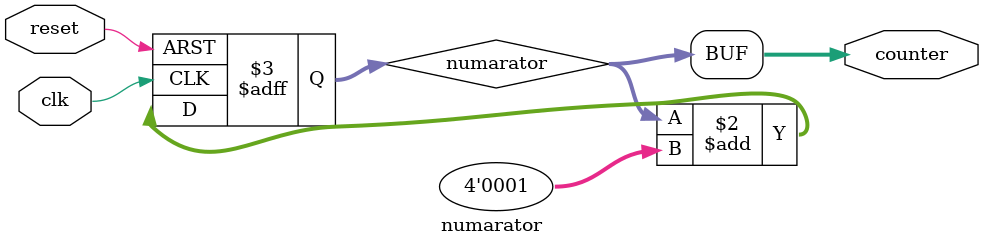
<source format=v>
`timescale 1ns/1ns

module numarator(input clk, reset, output[3:0] counter);

	reg [3:0] numarator;

	always @(posedge clk or posedge reset)

	begin
	if(reset)
	 numarator <= 4'd0;
	else
	 numarator <= numarator + 4'd1;
	end 
	assign counter = numarator;

endmodule

</source>
